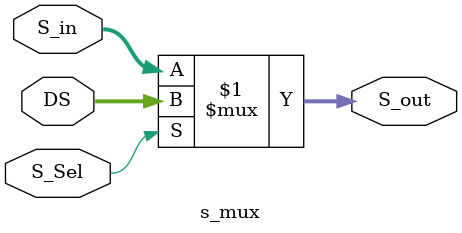
<source format=v>
`timescale 1ns / 1ps
/****************************** C E C S  3 0 1 ******************************
 * 
 * File Name:  s_mux.v
 * Project:    Lab 8
 * Designer:   Nolan Mey & Paul Ruiz
 * Email:      nolanmey365@yahoo.com
 *					paul.ruiz@student.csulb.edu
 * Rev. No.:   Version 1.1
 * Rev. Date:  4/5/16
 *
 * Purpose: This program is a 1-bit structural verilog multiplexer.
 *         
 * Notes:	REV UPDATE(4/5/16):
 *					Added comments to the purpose section
 *
 ****************************************************************************/
module s_mux(S_Sel, S_in, DS, S_out);
	
	// I/O Declarations
	input			  S_Sel;
	input  [15:0] S_in, DS;
	output [15:0] S_out;
	
	// Multiplexer
	// If 1, output DS, else, output S_in
	assign S_out = S_Sel ? DS : S_in;

endmodule

</source>
